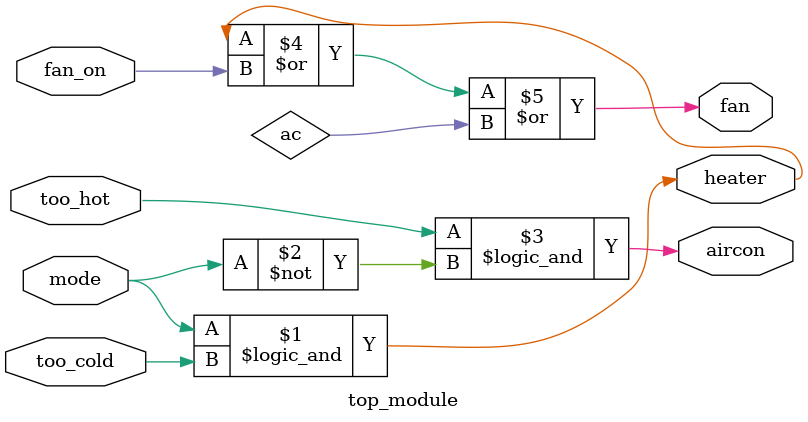
<source format=v>
module top_module (
    input too_cold,
    input too_hot,
    input mode,
    input fan_on,
    output heater,
    output aircon,
    output fan
); 
    assign heater=mode&&too_cold;
    assign aircon=too_hot&&~mode;
    assign fan=heater|fan_on|ac ;
    

endmodule

</source>
